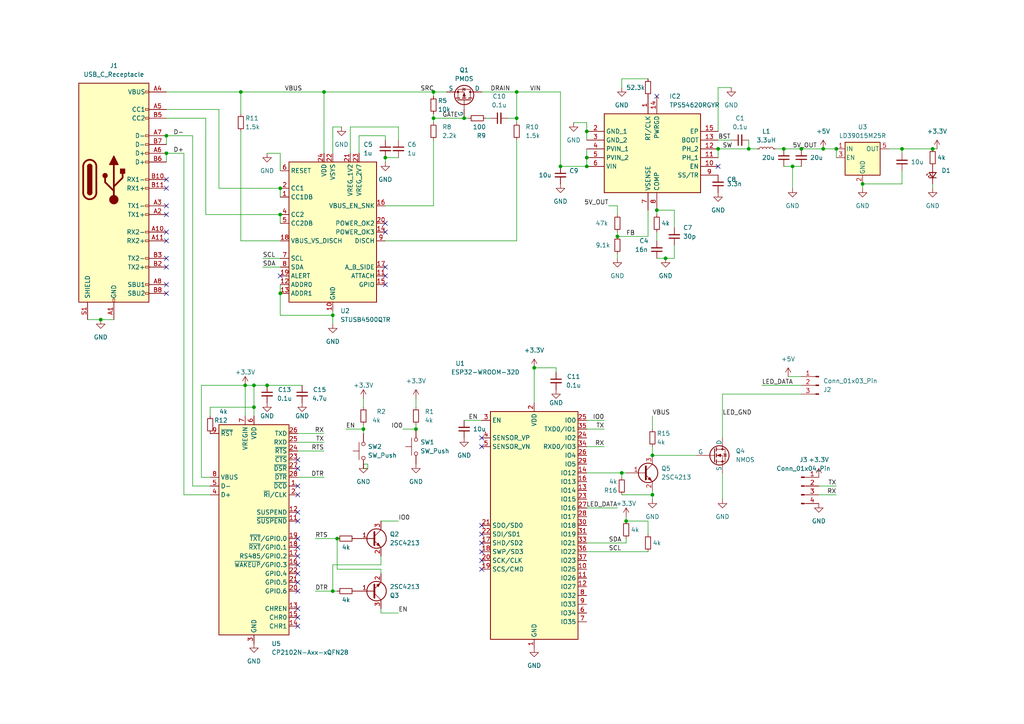
<source format=kicad_sch>
(kicad_sch (version 20230121) (generator eeschema)
  (paper "A4")
  (lib_symbols
    (symbol "Connector:Conn_01x03_Pin" (pin_names (offset 1.016) hide)
      (property "Reference" "J" (at 0 5.08 0))
      (property "Value" "Conn_01x03_Pin" (at 0 -5.08 0))
      (symbol "Conn_01x03_Pin_1_1"
        (pin passive line (at 5.08 2.54 180) (length 3.81) (name "Pin_1") (number "1"))
        (pin passive line (at 5.08 0 180) (length 3.81) (name "Pin_2") (number "2"))
        (pin passive line (at 5.08 -2.54 180) (length 3.81) (name "Pin_3") (number "3"))
      )
    )
    (symbol "Connector:Conn_01x04_Pin" (pin_names (offset 1.016) hide)
      (property "Reference" "J" (at 0 5.08 0))
      (property "Value" "Conn_01x04_Pin" (at 0 -7.62 0))
      (symbol "Conn_01x04_Pin_1_1"
        (pin passive line (at 5.08 2.54 180) (length 3.81) (name "Pin_1") (number "1"))
        (pin passive line (at 5.08 0 180) (length 3.81) (name "Pin_2") (number "2"))
        (pin passive line (at 5.08 -2.54 180) (length 3.81) (name "Pin_3") (number "3"))
        (pin passive line (at 5.08 -5.08 180) (length 3.81) (name "Pin_4") (number "4"))
      )
    )
    (symbol "Connector:USB_C_Receptacle" (pin_names (offset 1.016))
      (property "Reference" "J" (at -10.16 29.21 0))
      (property "Value" "USB_C_Receptacle" (at 10.16 29.21 0))
      (symbol "USB_C_Receptacle_1_1"
        (pin passive line (at 0 -40.64 90) (length 5.08) (name "GND") (number "A1"))
        (pin bidirectional line (at 15.24 -15.24 180) (length 5.08) (name "RX2-") (number "A10"))
        (pin bidirectional line (at 15.24 -17.78 180) (length 5.08) (name "RX2+") (number "A11"))
        (pin passive line (at 0 -40.64 90) (length 5.08) hide (name "GND") (number "A12"))
        (pin bidirectional line (at 15.24 -10.16 180) (length 5.08) (name "TX1+") (number "A2"))
        (pin bidirectional line (at 15.24 -7.62 180) (length 5.08) (name "TX1-") (number "A3"))
        (pin passive line (at 15.24 25.4 180) (length 5.08) (name "VBUS") (number "A4"))
        (pin bidirectional line (at 15.24 20.32 180) (length 5.08) (name "CC1") (number "A5"))
        (pin bidirectional line (at 15.24 7.62 180) (length 5.08) (name "D+") (number "A6"))
        (pin bidirectional line (at 15.24 12.7 180) (length 5.08) (name "D-") (number "A7"))
        (pin bidirectional line (at 15.24 -30.48 180) (length 5.08) (name "SBU1") (number "A8"))
        (pin passive line (at 15.24 25.4 180) (length 5.08) hide (name "VBUS") (number "A9"))
        (pin passive line (at 0 -40.64 90) (length 5.08) hide (name "GND") (number "B1"))
        (pin bidirectional line (at 15.24 0 180) (length 5.08) (name "RX1-") (number "B10"))
        (pin bidirectional line (at 15.24 -2.54 180) (length 5.08) (name "RX1+") (number "B11"))
        (pin passive line (at 0 -40.64 90) (length 5.08) hide (name "GND") (number "B12"))
        (pin bidirectional line (at 15.24 -25.4 180) (length 5.08) (name "TX2+") (number "B2"))
        (pin bidirectional line (at 15.24 -22.86 180) (length 5.08) (name "TX2-") (number "B3"))
        (pin passive line (at 15.24 25.4 180) (length 5.08) hide (name "VBUS") (number "B4"))
        (pin bidirectional line (at 15.24 17.78 180) (length 5.08) (name "CC2") (number "B5"))
        (pin bidirectional line (at 15.24 5.08 180) (length 5.08) (name "D+") (number "B6"))
        (pin bidirectional line (at 15.24 10.16 180) (length 5.08) (name "D-") (number "B7"))
        (pin bidirectional line (at 15.24 -33.02 180) (length 5.08) (name "SBU2") (number "B8"))
        (pin passive line (at 15.24 25.4 180) (length 5.08) hide (name "VBUS") (number "B9"))
        (pin passive line (at -7.62 -40.64 90) (length 5.08) (name "SHIELD") (number "S1"))
      )
    )
    (symbol "Device:C_Small" (pin_numbers hide) (pin_names (offset 0.254) hide)
      (property "Reference" "C" (at 0.254 1.778 0))
      (property "Value" "C_Small" (at 0.254 -2.032 0))
      (symbol "C_Small_1_1"
        (pin passive line (at 0 2.54 270) (length 2.032) (name "~") (number "1"))
        (pin passive line (at 0 -2.54 90) (length 2.032) (name "~") (number "2"))
      )
    )
    (symbol "Device:LED_Small" (pin_numbers hide) (pin_names (offset 0.254) hide)
      (property "Reference" "D" (at -1.27 3.175 0))
      (property "Value" "LED_Small" (at -4.445 -2.54 0))
      (symbol "LED_Small_1_1"
        (pin passive line (at -2.54 0 0) (length 1.778) (name "K") (number "1"))
        (pin passive line (at 2.54 0 180) (length 1.778) (name "A") (number "2"))
      )
    )
    (symbol "Device:L_Small" (pin_numbers hide) (pin_names (offset 0.254) hide)
      (property "Reference" "L" (at 0.762 1.016 0))
      (property "Value" "L_Small" (at 0.762 -1.016 0))
      (symbol "L_Small_1_1"
        (pin passive line (at 0 2.54 270) (length 0.508) (name "~") (number "1"))
        (pin passive line (at 0 -2.54 90) (length 0.508) (name "~") (number "2"))
      )
    )
    (symbol "Device:R_Small" (pin_numbers hide) (pin_names (offset 0.254) hide)
      (property "Reference" "R" (at 0.762 0.508 0))
      (property "Value" "R_Small" (at 0.762 -1.016 0))
      (symbol "R_Small_1_1"
        (pin passive line (at 0 2.54 270) (length 0.762) (name "~") (number "1"))
        (pin passive line (at 0 -2.54 90) (length 0.762) (name "~") (number "2"))
      )
    )
    (symbol "Interface_USB:CP2102N-Axx-xQFN28"
      (property "Reference" "U" (at -8.89 31.75 0))
      (property "Value" "CP2102N-Axx-xQFN28" (at 12.7 31.75 0))
      (symbol "CP2102N-Axx-xQFN28_1_1"
        (pin input line (at 12.7 12.7 180) (length 2.54) (name "~{DCD}") (number "1"))
        (pin no_connect line (at -10.16 -27.94 0) (length 2.54) hide (name "NC") (number "10"))
        (pin output line (at 12.7 2.54 180) (length 2.54) (name "~{SUSPEND}") (number "11"))
        (pin output line (at 12.7 5.08 180) (length 2.54) (name "SUSPEND") (number "12"))
        (pin output line (at 12.7 -22.86 180) (length 2.54) (name "CHREN") (number "13"))
        (pin output line (at 12.7 -27.94 180) (length 2.54) (name "CHR1") (number "14"))
        (pin output line (at 12.7 -25.4 180) (length 2.54) (name "CHR0") (number "15"))
        (pin bidirectional line (at 12.7 -10.16 180) (length 2.54) (name "~{WAKEUP}/GPIO.3") (number "16"))
        (pin bidirectional line (at 12.7 -7.62 180) (length 2.54) (name "RS485/GPIO.2") (number "17"))
        (pin bidirectional line (at 12.7 -5.08 180) (length 2.54) (name "~{RXT}/GPIO.1") (number "18"))
        (pin bidirectional line (at 12.7 -2.54 180) (length 2.54) (name "~{TXT}/GPIO.0") (number "19"))
        (pin bidirectional line (at 12.7 10.16 180) (length 2.54) (name "~{RI}/CLK") (number "2"))
        (pin bidirectional line (at 12.7 -17.78 180) (length 2.54) (name "GPIO.6") (number "20"))
        (pin bidirectional line (at 12.7 -15.24 180) (length 2.54) (name "GPIO.5") (number "21"))
        (pin bidirectional line (at 12.7 -12.7 180) (length 2.54) (name "GPIO.4") (number "22"))
        (pin input line (at 12.7 20.32 180) (length 2.54) (name "~{CTS}") (number "23"))
        (pin output line (at 12.7 22.86 180) (length 2.54) (name "~{RTS}") (number "24"))
        (pin input line (at 12.7 25.4 180) (length 2.54) (name "RXD") (number "25"))
        (pin output line (at 12.7 27.94 180) (length 2.54) (name "TXD") (number "26"))
        (pin input line (at 12.7 17.78 180) (length 2.54) (name "~{DSR}") (number "27"))
        (pin output line (at 12.7 15.24 180) (length 2.54) (name "~{DTR}") (number "28"))
        (pin passive line (at 0 -33.02 90) (length 2.54) hide (name "GND") (number "29"))
        (pin power_in line (at 0 -33.02 90) (length 2.54) (name "GND") (number "3"))
        (pin bidirectional line (at -12.7 10.16 0) (length 2.54) (name "D+") (number "4"))
        (pin bidirectional line (at -12.7 12.7 0) (length 2.54) (name "D-") (number "5"))
        (pin power_in line (at 0 33.02 270) (length 2.54) (name "VDD") (number "6"))
        (pin power_in line (at -2.54 33.02 270) (length 2.54) (name "VREGIN") (number "7"))
        (pin input line (at -12.7 15.24 0) (length 2.54) (name "VBUS") (number "8"))
        (pin input line (at -12.7 27.94 0) (length 2.54) (name "~{RST}") (number "9"))
      )
    )
    (symbol "Interface_USB:STUSB4500QTR"
      (property "Reference" "U" (at -12.7 21.59 0))
      (property "Value" "STUSB4500QTR" (at 8.89 -21.59 0))
      (symbol "STUSB4500QTR_1_1"
        (pin bidirectional line (at -15.24 10.16 0) (length 2.54) (name "CC1DB") (number "1"))
        (pin power_in line (at 0 -22.86 90) (length 2.54) (name "GND") (number "10"))
        (pin open_collector line (at 15.24 -12.7 180) (length 2.54) (name "ATTACH") (number "11"))
        (pin input line (at -15.24 -15.24 0) (length 2.54) (name "ADDR0") (number "12"))
        (pin input line (at -15.24 -17.78 0) (length 2.54) (name "ADDR1") (number "13"))
        (pin open_collector line (at 15.24 0 180) (length 2.54) (name "POWER_OK3") (number "14"))
        (pin open_collector line (at 15.24 -15.24 180) (length 2.54) (name "GPIO") (number "15"))
        (pin open_collector line (at 15.24 7.62 180) (length 2.54) (name "VBUS_EN_SNK") (number "16"))
        (pin open_collector line (at 15.24 -10.16 180) (length 2.54) (name "A_B_SIDE") (number "17"))
        (pin input line (at -15.24 -2.54 0) (length 2.54) (name "VBUS_VS_DISCH") (number "18"))
        (pin open_collector line (at -15.24 -12.7 0) (length 2.54) (name "ALERT") (number "19"))
        (pin bidirectional line (at -15.24 12.7 0) (length 2.54) (name "CC1") (number "2"))
        (pin open_collector line (at 15.24 2.54 180) (length 2.54) (name "POWER_OK2") (number "20"))
        (pin power_out line (at 5.08 22.86 270) (length 2.54) (name "VREG_1V2") (number "21"))
        (pin power_in line (at 0 22.86 270) (length 2.54) (name "VSYS") (number "22"))
        (pin power_out line (at 7.62 22.86 270) (length 2.54) (name "VREG_2V7") (number "23"))
        (pin power_in line (at -2.54 22.86 270) (length 2.54) (name "VDD") (number "24"))
        (pin passive line (at 0 -22.86 90) (length 2.54) hide (name "GND") (number "25"))
        (pin no_connect line (at -12.7 15.24 0) (length 2.54) hide (name "NC") (number "3"))
        (pin bidirectional line (at -15.24 5.08 0) (length 2.54) (name "CC2") (number "4"))
        (pin bidirectional line (at -15.24 2.54 0) (length 2.54) (name "CC2DB") (number "5"))
        (pin input line (at -15.24 17.78 0) (length 2.54) (name "RESET") (number "6"))
        (pin input line (at -15.24 -7.62 0) (length 2.54) (name "SCL") (number "7"))
        (pin bidirectional line (at -15.24 -10.16 0) (length 2.54) (name "SDA") (number "8"))
        (pin bidirectional line (at 15.24 -2.54 180) (length 2.54) (name "DISCH") (number "9"))
      )
    )
    (symbol "RF_Module:ESP32-WROOM-32D"
      (property "Reference" "U" (at -12.7 34.29 0))
      (property "Value" "ESP32-WROOM-32D" (at 1.27 34.29 0))
      (symbol "ESP32-WROOM-32D_1_1"
        (pin power_in line (at 0 -35.56 90) (length 2.54) (name "GND") (number "1"))
        (pin bidirectional line (at 15.24 -12.7 180) (length 2.54) (name "IO25") (number "10"))
        (pin bidirectional line (at 15.24 -15.24 180) (length 2.54) (name "IO26") (number "11"))
        (pin bidirectional line (at 15.24 -17.78 180) (length 2.54) (name "IO27") (number "12"))
        (pin bidirectional line (at 15.24 10.16 180) (length 2.54) (name "IO14") (number "13"))
        (pin bidirectional line (at 15.24 15.24 180) (length 2.54) (name "IO12") (number "14"))
        (pin passive line (at 0 -35.56 90) (length 2.54) hide (name "GND") (number "15"))
        (pin bidirectional line (at 15.24 12.7 180) (length 2.54) (name "IO13") (number "16"))
        (pin bidirectional line (at -15.24 -5.08 0) (length 2.54) (name "SHD/SD2") (number "17"))
        (pin bidirectional line (at -15.24 -7.62 0) (length 2.54) (name "SWP/SD3") (number "18"))
        (pin bidirectional line (at -15.24 -12.7 0) (length 2.54) (name "SCS/CMD") (number "19"))
        (pin power_in line (at 0 35.56 270) (length 2.54) (name "VDD") (number "2"))
        (pin bidirectional line (at -15.24 -10.16 0) (length 2.54) (name "SCK/CLK") (number "20"))
        (pin bidirectional line (at -15.24 0 0) (length 2.54) (name "SDO/SD0") (number "21"))
        (pin bidirectional line (at -15.24 -2.54 0) (length 2.54) (name "SDI/SD1") (number "22"))
        (pin bidirectional line (at 15.24 7.62 180) (length 2.54) (name "IO15") (number "23"))
        (pin bidirectional line (at 15.24 25.4 180) (length 2.54) (name "IO2") (number "24"))
        (pin bidirectional line (at 15.24 30.48 180) (length 2.54) (name "IO0") (number "25"))
        (pin bidirectional line (at 15.24 20.32 180) (length 2.54) (name "IO4") (number "26"))
        (pin bidirectional line (at 15.24 5.08 180) (length 2.54) (name "IO16") (number "27"))
        (pin bidirectional line (at 15.24 2.54 180) (length 2.54) (name "IO17") (number "28"))
        (pin bidirectional line (at 15.24 17.78 180) (length 2.54) (name "IO5") (number "29"))
        (pin input line (at -15.24 30.48 0) (length 2.54) (name "EN") (number "3"))
        (pin bidirectional line (at 15.24 0 180) (length 2.54) (name "IO18") (number "30"))
        (pin bidirectional line (at 15.24 -2.54 180) (length 2.54) (name "IO19") (number "31"))
        (pin no_connect line (at -12.7 -27.94 0) (length 2.54) hide (name "NC") (number "32"))
        (pin bidirectional line (at 15.24 -5.08 180) (length 2.54) (name "IO21") (number "33"))
        (pin bidirectional line (at 15.24 22.86 180) (length 2.54) (name "RXD0/IO3") (number "34"))
        (pin bidirectional line (at 15.24 27.94 180) (length 2.54) (name "TXD0/IO1") (number "35"))
        (pin bidirectional line (at 15.24 -7.62 180) (length 2.54) (name "IO22") (number "36"))
        (pin bidirectional line (at 15.24 -10.16 180) (length 2.54) (name "IO23") (number "37"))
        (pin passive line (at 0 -35.56 90) (length 2.54) hide (name "GND") (number "38"))
        (pin passive line (at 0 -35.56 90) (length 2.54) hide (name "GND") (number "39"))
        (pin input line (at -15.24 25.4 0) (length 2.54) (name "SENSOR_VP") (number "4"))
        (pin input line (at -15.24 22.86 0) (length 2.54) (name "SENSOR_VN") (number "5"))
        (pin input line (at 15.24 -25.4 180) (length 2.54) (name "IO34") (number "6"))
        (pin input line (at 15.24 -27.94 180) (length 2.54) (name "IO35") (number "7"))
        (pin bidirectional line (at 15.24 -20.32 180) (length 2.54) (name "IO32") (number "8"))
        (pin bidirectional line (at 15.24 -22.86 180) (length 2.54) (name "IO33") (number "9"))
      )
    )
    (symbol "Regulator_Linear:LD39015M25R" (pin_names (offset 0.254))
      (property "Reference" "U" (at -3.81 5.715 0))
      (property "Value" "LD39015M25R" (at 0 5.715 0))
      (symbol "LD39015M25R_1_1"
        (pin power_in line (at -7.62 2.54 0) (length 2.54) (name "IN") (number "1"))
        (pin power_in line (at 0 -7.62 90) (length 2.54) (name "GND") (number "2"))
        (pin input line (at -7.62 0 0) (length 2.54) (name "EN") (number "3"))
        (pin no_connect line (at 5.08 0 180) (length 2.54) hide (name "NC") (number "4"))
        (pin power_out line (at 7.62 2.54 180) (length 2.54) (name "OUT") (number "5"))
      )
    )
    (symbol "Simulation_SPICE:NMOS" (pin_numbers hide) (pin_names (offset 0))
      (property "Reference" "Q4" (at 6.35 1.27 0))
      (property "Value" "NMOS" (at 6.35 -1.27 0))
      (symbol "NMOS_1_1"
        (pin input line (at -5.08 0 0) (length 2.54) (name "G") (number "1"))
        (pin passive line (at 2.54 5.08 270) (length 2.54) (name "D") (number "2"))
        (pin passive line (at 2.54 -5.08 90) (length 2.54) (name "S") (number "3"))
      )
    )
    (symbol "Simulation_SPICE:PMOS" (pin_numbers hide) (pin_names (offset 0))
      (property "Reference" "Q" (at 5.08 1.27 0))
      (property "Value" "PMOS" (at 5.08 -1.27 0))
      (symbol "PMOS_1_1"
        (pin passive line (at 2.54 5.08 270) (length 2.54) (name "D") (number "1"))
        (pin input line (at -5.08 0 0) (length 2.54) (name "G") (number "2"))
        (pin passive line (at 2.54 -5.08 90) (length 2.54) (name "S") (number "3"))
      )
    )
    (symbol "Switch:SW_Push" (pin_numbers hide) (pin_names (offset 1.016) hide)
      (property "Reference" "SW" (at 1.27 2.54 0))
      (property "Value" "SW_Push" (at 0 -1.524 0))
      (symbol "SW_Push_0_1"
        (pin passive line (at -5.08 0 0) (length 2.54) (name "1") (number "1"))
        (pin passive line (at 5.08 0 180) (length 2.54) (name "2") (number "2"))
      )
    )
    (symbol "TPS54620RGYR:TPS54620RGYR"
      (property "Reference" "IC" (at 29.21 17.78 0))
      (property "Value" "TPS54620RGYR" (at 29.21 15.24 0))
      (symbol "TPS54620RGYR_1_1"
        (pin passive line (at 0 -2.54 0) (length 5.08) (name "RT/CLK") (number "1"))
        (pin passive line (at 20.32 17.78 270) (length 5.08) (name "EN") (number "10"))
        (pin passive line (at 17.78 17.78 270) (length 5.08) (name "PH_1") (number "11"))
        (pin passive line (at 15.24 17.78 270) (length 5.08) (name "PH_2") (number "12"))
        (pin passive line (at 12.7 17.78 270) (length 5.08) (name "BOOT") (number "13"))
        (pin passive line (at 0 0 0) (length 5.08) (name "PWRGD") (number "14"))
        (pin passive line (at 10.16 17.78 270) (length 5.08) (name "EP") (number "15"))
        (pin passive line (at 10.16 -20.32 90) (length 5.08) (name "GND_1") (number "2"))
        (pin passive line (at 12.7 -20.32 90) (length 5.08) (name "GND_2") (number "3"))
        (pin passive line (at 15.24 -20.32 90) (length 5.08) (name "PVIN_1") (number "4"))
        (pin passive line (at 17.78 -20.32 90) (length 5.08) (name "PVIN_2") (number "5"))
        (pin passive line (at 20.32 -20.32 90) (length 5.08) (name "VIN") (number "6"))
        (pin passive line (at 33.02 -2.54 180) (length 5.08) (name "VSENSE") (number "7"))
        (pin passive line (at 33.02 0 180) (length 5.08) (name "COMP") (number "8"))
        (pin passive line (at 22.86 17.78 270) (length 5.08) (name "SS/TR") (number "9"))
      )
    )
    (symbol "Transistor_BJT:2SC4213" (pin_names (offset 0) hide)
      (property "Reference" "Q" (at 5.08 1.905 0))
      (property "Value" "2SC4213" (at 5.08 0 0))
      (symbol "2SC4213_1_1"
        (pin input line (at -5.08 0 0) (length 5.715) (name "B") (number "1"))
        (pin passive line (at 2.54 -5.08 90) (length 2.54) (name "E") (number "2"))
        (pin passive line (at 2.54 5.08 270) (length 2.54) (name "C") (number "3"))
      )
    )
    (symbol "power:+3.3V" (power) (pin_names (offset 0))
      (property "Value" "+3.3V" (at 0 3.556 0))
      (symbol "+3.3V_1_1"
        (pin power_in line (at 0 0 90) (length 0) hide (name "+3.3V") (number "1"))
      )
    )
    (symbol "power:+5V" (power) (pin_names (offset 0))
      (property "Value" "+5V" (at 0 3.556 0))
      (symbol "+5V_1_1"
        (pin power_in line (at 0 0 90) (length 0) hide (name "+5V") (number "1"))
      )
    )
    (symbol "power:GND" (power) (pin_names (offset 0))
      (property "Value" "GND" (at 0 -3.81 0))
      (symbol "GND_1_1"
        (pin power_in line (at 0 0 270) (length 0) hide (name "GND") (number "1"))
      )
    )
  )
  (junction (at 179.07 68.58))
  (junction (at 238.76 43.18))
  (junction (at 96.52 91.44))
  (junction (at 190.5 60.96))
  (junction (at 96.52 171.45))
  (junction (at 149.86 26.67))
  (junction (at 81.28 54.61))
  (junction (at 48.26 44.45))
  (junction (at 134.62 34.29))
  (junction (at 189.23 143.51))
  (junction (at 81.28 62.23))
  (junction (at 193.04 74.93))
  (junction (at 189.23 132.08))
  (junction (at 229.87 48.26))
  (junction (at 71.12 111.76))
  (junction (at 154.94 106.68))
  (junction (at 29.21 92.71))
  (junction (at 105.41 124.46))
  (junction (at 170.18 48.26))
  (junction (at 69.85 26.67))
  (junction (at 270.51 43.18))
  (junction (at 217.17 43.18))
  (junction (at 180.34 137.16))
  (junction (at 227.33 43.18))
  (junction (at 125.73 34.29))
  (junction (at 93.98 26.67))
  (junction (at 125.73 26.67))
  (junction (at 250.19 53.34))
  (junction (at 261.62 43.18))
  (junction (at 73.66 118.11))
  (junction (at 77.47 111.76))
  (junction (at 73.66 111.76))
  (junction (at 81.28 85.09))
  (junction (at 97.79 156.21))
  (junction (at 120.65 124.46))
  (junction (at 242.57 43.18))
  (junction (at 181.61 151.13))
  (junction (at 170.18 45.72))
  (junction (at 149.86 34.29))
  (junction (at 48.26 39.37))
  (junction (at 232.41 43.18))
  (junction (at 111.76 45.72))
  (junction (at 170.18 38.1))
  (junction (at 208.28 43.18))
  (junction (at 162.56 48.26))
  (no_connect (at 86.36 161.29))
  (no_connect (at 86.36 166.37))
  (no_connect (at 190.5 27.94))
  (no_connect (at 139.7 152.4))
  (no_connect (at 48.26 74.93))
  (no_connect (at 86.36 133.35))
  (no_connect (at 86.36 179.07))
  (no_connect (at 139.7 154.94))
  (no_connect (at 139.7 160.02))
  (no_connect (at 86.36 143.51))
  (no_connect (at 48.26 67.31))
  (no_connect (at 86.36 135.89))
  (no_connect (at 139.7 127))
  (no_connect (at 111.76 77.47))
  (no_connect (at 86.36 140.97))
  (no_connect (at 111.76 80.01))
  (no_connect (at 86.36 151.13))
  (no_connect (at 139.7 129.54))
  (no_connect (at 48.26 69.85))
  (no_connect (at 86.36 156.21))
  (no_connect (at 86.36 148.59))
  (no_connect (at 86.36 163.83))
  (no_connect (at 111.76 82.55))
  (no_connect (at 86.36 158.75))
  (no_connect (at 86.36 181.61))
  (no_connect (at 81.28 80.01))
  (no_connect (at 48.26 62.23))
  (no_connect (at 86.36 171.45))
  (no_connect (at 111.76 67.31))
  (no_connect (at 48.26 77.47))
  (no_connect (at 48.26 52.07))
  (no_connect (at 48.26 59.69))
  (no_connect (at 48.26 85.09))
  (no_connect (at 86.36 168.91))
  (no_connect (at 139.7 162.56))
  (no_connect (at 48.26 82.55))
  (no_connect (at 139.7 165.1))
  (no_connect (at 208.28 48.26))
  (no_connect (at 139.7 157.48))
  (no_connect (at 48.26 54.61))
  (no_connect (at 111.76 64.77))
  (no_connect (at 86.36 176.53))
  (wire (pts (xy 81.28 49.53) (xy 81.28 44.45)))
  (wire (pts (xy 48.26 46.99) (xy 48.26 44.45)))
  (wire (pts (xy 125.73 34.29) (xy 134.62 34.29)))
  (wire (pts (xy 187.96 22.86) (xy 180.34 22.86)))
  (wire (pts (xy 69.85 26.67) (xy 93.98 26.67)))
  (wire (pts (xy 115.57 36.83) (xy 115.57 40.64)))
  (wire (pts (xy 209.55 114.3) (xy 232.41 114.3)))
  (wire (pts (xy 77.47 111.76) (xy 87.63 111.76)))
  (wire (pts (xy 161.29 106.68) (xy 161.29 107.95)))
  (wire (pts (xy 73.66 111.76) (xy 73.66 118.11)))
  (wire (pts (xy 270.51 43.18) (xy 271.78 43.18)))
  (wire (pts (xy 100.33 124.46) (xy 105.41 124.46)))
  (wire (pts (xy 181.61 151.13) (xy 187.96 151.13)))
  (wire (pts (xy 93.98 125.73) (xy 86.36 125.73)))
  (wire (pts (xy 110.49 163.83) (xy 110.49 161.29)))
  (wire (pts (xy 180.34 137.16) (xy 181.61 137.16)))
  (wire (pts (xy 48.26 31.75) (xy 63.5 31.75)))
  (wire (pts (xy 73.66 111.76) (xy 77.47 111.76)))
  (wire (pts (xy 55.88 140.97) (xy 60.96 140.97)))
  (wire (pts (xy 71.12 111.76) (xy 71.12 120.65)))
  (wire (pts (xy 106.68 135.89) (xy 106.68 134.62)))
  (wire (pts (xy 105.41 123.19) (xy 105.41 124.46)))
  (wire (pts (xy 125.73 33.02) (xy 125.73 34.29)))
  (wire (pts (xy 29.21 92.71) (xy 33.02 92.71)))
  (wire (pts (xy 187.96 151.13) (xy 187.96 154.94)))
  (wire (pts (xy 140.97 34.29) (xy 142.24 34.29)))
  (wire (pts (xy 96.52 93.98) (xy 96.52 91.44)))
  (wire (pts (xy 93.98 26.67) (xy 93.98 44.45)))
  (wire (pts (xy 189.23 144.78) (xy 189.23 143.51)))
  (wire (pts (xy 93.98 130.81) (xy 86.36 130.81)))
  (wire (pts (xy 71.12 111.76) (xy 73.66 111.76)))
  (wire (pts (xy 180.34 137.16) (xy 180.34 138.43)))
  (wire (pts (xy 228.6 109.22) (xy 232.41 109.22)))
  (wire (pts (xy 111.76 39.37) (xy 111.76 40.64)))
  (wire (pts (xy 149.86 34.29) (xy 149.86 35.56)))
  (wire (pts (xy 139.7 26.67) (xy 149.86 26.67)))
  (wire (pts (xy 170.18 43.18) (xy 170.18 45.72)))
  (wire (pts (xy 149.86 26.67) (xy 162.56 26.67)))
  (wire (pts (xy 190.5 74.93) (xy 193.04 74.93)))
  (wire (pts (xy 189.23 132.08) (xy 201.93 132.08)))
  (wire (pts (xy 96.52 171.45) (xy 96.52 163.83)))
  (wire (pts (xy 170.18 40.64) (xy 170.18 38.1)))
  (wire (pts (xy 93.98 26.67) (xy 125.73 26.67)))
  (wire (pts (xy 53.34 44.45) (xy 53.34 143.51)))
  (wire (pts (xy 179.07 68.58) (xy 187.96 68.58)))
  (wire (pts (xy 149.86 69.85) (xy 149.86 40.64)))
  (wire (pts (xy 238.76 43.18) (xy 242.57 43.18)))
  (wire (pts (xy 208.28 38.1) (xy 208.28 25.4)))
  (wire (pts (xy 134.62 121.92) (xy 139.7 121.92)))
  (wire (pts (xy 77.47 44.45) (xy 81.28 44.45)))
  (wire (pts (xy 81.28 54.61) (xy 81.28 57.15)))
  (wire (pts (xy 209.55 137.16) (xy 209.55 144.78)))
  (wire (pts (xy 105.41 124.46) (xy 105.41 125.73)))
  (wire (pts (xy 81.28 82.55) (xy 81.28 85.09)))
  (wire (pts (xy 48.26 26.67) (xy 69.85 26.67)))
  (wire (pts (xy 111.76 46.99) (xy 111.76 45.72)))
  (wire (pts (xy 116.84 124.46) (xy 120.65 124.46)))
  (wire (pts (xy 96.52 91.44) (xy 96.52 90.17)))
  (wire (pts (xy 190.5 67.31) (xy 190.5 69.85)))
  (wire (pts (xy 81.28 85.09) (xy 81.28 91.44)))
  (wire (pts (xy 261.62 43.18) (xy 270.51 43.18)))
  (wire (pts (xy 154.94 106.68) (xy 161.29 106.68)))
  (wire (pts (xy 170.18 157.48) (xy 181.61 157.48)))
  (wire (pts (xy 106.68 134.62) (xy 105.41 134.62)))
  (wire (pts (xy 195.58 74.93) (xy 195.58 71.12)))
  (wire (pts (xy 208.28 25.4) (xy 212.09 25.4)))
  (wire (pts (xy 58.42 111.76) (xy 58.42 138.43)))
  (wire (pts (xy 250.19 54.61) (xy 250.19 53.34)))
  (wire (pts (xy 59.69 34.29) (xy 59.69 62.23)))
  (wire (pts (xy 179.07 68.58) (xy 179.07 67.31)))
  (wire (pts (xy 96.52 171.45) (xy 97.79 171.45)))
  (wire (pts (xy 154.94 106.68) (xy 154.94 116.84)))
  (wire (pts (xy 101.6 44.45) (xy 101.6 36.83)))
  (wire (pts (xy 96.52 163.83) (xy 110.49 163.83)))
  (wire (pts (xy 91.44 156.21) (xy 97.79 156.21)))
  (wire (pts (xy 257.81 43.18) (xy 261.62 43.18)))
  (wire (pts (xy 179.07 147.32) (xy 170.18 147.32)))
  (wire (pts (xy 134.62 34.29) (xy 135.89 34.29)))
  (wire (pts (xy 97.79 156.21) (xy 97.79 165.1)))
  (wire (pts (xy 217.17 43.18) (xy 217.17 40.64)))
  (wire (pts (xy 53.34 143.51) (xy 60.96 143.51)))
  (wire (pts (xy 58.42 138.43) (xy 60.96 138.43)))
  (wire (pts (xy 170.18 160.02) (xy 187.96 160.02)))
  (wire (pts (xy 162.56 48.26) (xy 170.18 48.26)))
  (wire (pts (xy 97.79 165.1) (xy 110.49 165.1)))
  (wire (pts (xy 120.65 118.11) (xy 120.65 115.57)))
  (wire (pts (xy 270.51 54.61) (xy 270.51 53.34)))
  (wire (pts (xy 179.07 59.69) (xy 176.53 59.69)))
  (wire (pts (xy 261.62 49.53) (xy 261.62 53.34)))
  (wire (pts (xy 101.6 36.83) (xy 115.57 36.83)))
  (wire (pts (xy 175.26 124.46) (xy 170.18 124.46)))
  (wire (pts (xy 58.42 111.76) (xy 71.12 111.76)))
  (wire (pts (xy 147.32 34.29) (xy 149.86 34.29)))
  (wire (pts (xy 208.28 43.18) (xy 217.17 43.18)))
  (wire (pts (xy 170.18 45.72) (xy 170.18 48.26)))
  (wire (pts (xy 181.61 149.86) (xy 181.61 151.13)))
  (wire (pts (xy 175.26 121.92) (xy 170.18 121.92)))
  (wire (pts (xy 125.73 26.67) (xy 125.73 27.94)))
  (wire (pts (xy 189.23 143.51) (xy 189.23 142.24)))
  (wire (pts (xy 208.28 43.18) (xy 208.28 45.72)))
  (wire (pts (xy 195.58 60.96) (xy 190.5 60.96)))
  (wire (pts (xy 189.23 120.65) (xy 189.23 124.46)))
  (wire (pts (xy 217.17 43.18) (xy 219.71 43.18)))
  (wire (pts (xy 73.66 118.11) (xy 73.66 120.65)))
  (wire (pts (xy 190.5 60.96) (xy 190.5 62.23)))
  (wire (pts (xy 48.26 44.45) (xy 53.34 44.45)))
  (wire (pts (xy 208.28 40.64) (xy 212.09 40.64)))
  (wire (pts (xy 76.2 77.47) (xy 81.28 77.47)))
  (wire (pts (xy 166.37 35.56) (xy 170.18 35.56)))
  (wire (pts (xy 111.76 69.85) (xy 149.86 69.85)))
  (wire (pts (xy 63.5 31.75) (xy 63.5 54.61)))
  (wire (pts (xy 220.98 111.76) (xy 232.41 111.76)))
  (wire (pts (xy 105.41 135.89) (xy 106.68 135.89)))
  (wire (pts (xy 81.28 91.44) (xy 96.52 91.44)))
  (wire (pts (xy 48.26 39.37) (xy 48.26 41.91)))
  (wire (pts (xy 229.87 54.61) (xy 229.87 48.26)))
  (wire (pts (xy 91.44 171.45) (xy 96.52 171.45)))
  (wire (pts (xy 242.57 43.18) (xy 242.57 45.72)))
  (wire (pts (xy 110.49 165.1) (xy 110.49 166.37)))
  (wire (pts (xy 115.57 151.13) (xy 110.49 151.13)))
  (wire (pts (xy 25.4 92.71) (xy 29.21 92.71)))
  (wire (pts (xy 149.86 26.67) (xy 149.86 34.29)))
  (wire (pts (xy 189.23 129.54) (xy 189.23 132.08)))
  (wire (pts (xy 180.34 22.86) (xy 180.34 25.4)))
  (wire (pts (xy 93.98 138.43) (xy 86.36 138.43)))
  (wire (pts (xy 110.49 177.8) (xy 110.49 176.53)))
  (wire (pts (xy 227.33 48.26) (xy 229.87 48.26)))
  (wire (pts (xy 93.98 128.27) (xy 86.36 128.27)))
  (wire (pts (xy 55.88 39.37) (xy 55.88 140.97)))
  (wire (pts (xy 96.52 36.83) (xy 99.06 36.83)))
  (wire (pts (xy 48.26 34.29) (xy 59.69 34.29)))
  (wire (pts (xy 59.69 62.23) (xy 81.28 62.23)))
  (wire (pts (xy 193.04 74.93) (xy 195.58 74.93)))
  (wire (pts (xy 104.14 44.45) (xy 104.14 39.37)))
  (wire (pts (xy 48.26 39.37) (xy 55.88 39.37)))
  (wire (pts (xy 181.61 157.48) (xy 181.61 156.21)))
  (wire (pts (xy 209.55 114.3) (xy 209.55 127)))
  (wire (pts (xy 105.41 118.11) (xy 105.41 115.57)))
  (wire (pts (xy 69.85 38.1) (xy 69.85 69.85)))
  (wire (pts (xy 111.76 45.72) (xy 115.57 45.72)))
  (wire (pts (xy 125.73 34.29) (xy 125.73 35.56)))
  (wire (pts (xy 195.58 66.04) (xy 195.58 60.96)))
  (wire (pts (xy 69.85 26.67) (xy 69.85 33.02)))
  (wire (pts (xy 104.14 39.37) (xy 111.76 39.37)))
  (wire (pts (xy 60.96 120.65) (xy 60.96 118.11)))
  (wire (pts (xy 242.57 140.97) (xy 237.49 140.97)))
  (wire (pts (xy 170.18 38.1) (xy 170.18 35.56)))
  (wire (pts (xy 81.28 69.85) (xy 69.85 69.85)))
  (wire (pts (xy 129.54 26.67) (xy 125.73 26.67)))
  (wire (pts (xy 111.76 59.69) (xy 125.73 59.69)))
  (wire (pts (xy 125.73 59.69) (xy 125.73 40.64)))
  (wire (pts (xy 232.41 43.18) (xy 238.76 43.18)))
  (wire (pts (xy 242.57 143.51) (xy 237.49 143.51)))
  (wire (pts (xy 187.96 68.58) (xy 187.96 60.96)))
  (wire (pts (xy 96.52 44.45) (xy 96.52 36.83)))
  (wire (pts (xy 63.5 54.61) (xy 81.28 54.61)))
  (wire (pts (xy 224.79 43.18) (xy 227.33 43.18)))
  (wire (pts (xy 170.18 137.16) (xy 180.34 137.16)))
  (wire (pts (xy 179.07 59.69) (xy 179.07 62.23)))
  (wire (pts (xy 115.57 177.8) (xy 110.49 177.8)))
  (wire (pts (xy 76.2 74.93) (xy 81.28 74.93)))
  (wire (pts (xy 261.62 44.45) (xy 261.62 43.18)))
  (wire (pts (xy 229.87 48.26) (xy 232.41 48.26)))
  (wire (pts (xy 175.26 129.54) (xy 170.18 129.54)))
  (wire (pts (xy 120.65 123.19) (xy 120.65 124.46)))
  (wire (pts (xy 179.07 73.66) (xy 179.07 74.93)))
  (wire (pts (xy 60.96 118.11) (xy 73.66 118.11)))
  (wire (pts (xy 81.28 62.23) (xy 81.28 64.77)))
  (wire (pts (xy 162.56 26.67) (xy 162.56 48.26)))
  (wire (pts (xy 227.33 43.18) (xy 232.41 43.18)))
  (wire (pts (xy 261.62 53.34) (xy 250.19 53.34)))
  (wire (pts (xy 180.34 143.51) (xy 189.23 143.51)))
  (label "RX" (at 175.26 129.54 180))
  (label "SRC" (at 121.92 26.67 0))
  (label "RX" (at 242.57 143.51 180))
  (label "LED_DATA" (at 220.98 111.76 0))
  (label "SW" (at 209.55 43.18 0))
  (label "EN" (at 115.57 177.8 0))
  (label "RTS" (at 91.44 156.21 0))
  (label "RX" (at 93.98 125.73 180))
  (label "5V_OUT" (at 176.53 59.69 180))
  (label "EN" (at 135.89 121.92 0))
  (label "5V_OUT" (at 229.87 43.18 0))
  (label "LED_GND" (at 209.55 120.65 0))
  (label "DTR" (at 91.44 171.45 0))
  (label "SDA" (at 76.2 77.47 0))
  (label "SCL" (at 76.2 74.93 0))
  (label "LED_DATA" (at 179.07 147.32 180))
  (label "RTS" (at 93.98 130.81 180))
  (label "IO0" (at 175.26 121.92 180))
  (label "FB" (at 181.61 68.58 0))
  (label "TX" (at 242.57 140.97 180))
  (label "GATE" (at 128.27 34.29 0))
  (label "EN" (at 100.33 124.46 0))
  (label "DRAIN" (at 142.24 26.67 0))
  (label "TX" (at 175.26 124.46 180))
  (label "SDA" (at 176.53 157.48 0))
  (label "VBUS" (at 189.23 120.65 0))
  (label "VBUS" (at 82.55 26.67 0))
  (label "SCL" (at 176.53 160.02 0))
  (label "D+" (at 53.34 44.45 180))
  (label "VIN" (at 153.67 26.67 0))
  (label "IO0" (at 116.84 124.46 180))
  (label "DTR" (at 93.98 138.43 180))
  (label "D-" (at 53.34 39.37 180))
  (label "BST" (at 208.28 40.64 0))
  (label "TX" (at 93.98 128.27 180))
  (label "IO0" (at 115.57 151.13 0))
  (symbol (lib_id "Device:R_Small") (at 190.5 64.77 180) (unit 1)
    (property "Reference" "R6" (effects hide))
    (property "Value" "4k" (at 194.31 64.77 0) (effects (justify left)))
    (property "Footprint" "Resistor_SMD:R_0603_1608Metric" (effects hide))
    (property "LCSC" "C23018" (effects hide))
  )
  (symbol (lib_id "power:GND") (at 73.66 186.69 0) (unit 1)
    (property "Reference" "#PWR023" (effects hide))
    (property "Value" "GND" (at 73.66 191.77 0))
  )
  (symbol (lib_id "Device:R_Small") (at 69.85 35.56 180) (unit 1)
    (property "Reference" "R11" (at 71.12 34.29 0) (effects (justify right)))
    (property "Value" "1.5k" (at 71.12 36.83 0) (effects (justify right)))
    (property "Footprint" "Resistor_SMD:R_0603_1608Metric" (effects hide))
    (property "LCSC" "C22843" (effects hide))
  )
  (symbol (lib_id "power:GND") (at 189.23 144.78 0) (unit 1)
    (property "Reference" "#PWR027" (effects hide))
    (property "Value" "GND" (at 189.23 149.86 0))
  )
  (symbol (lib_id "power:GND") (at 77.47 116.84 0) (unit 1)
    (property "Reference" "#PWR026" (effects hide))
    (property "Value" "GND" (at 77.47 120.65 0))
  )
  (symbol (lib_id "Interface_USB:CP2102N-Axx-xQFN28") (at 73.66 153.67 0) (unit 1)
    (property "Reference" "U5" (at 78.74 186.69 0) (effects (justify left)))
    (property "Value" "CP2102N-Axx-xQFN28" (at 78.74 189.23 0) (effects (justify left)))
    (property "Footprint" "Package_DFN_QFN:QFN-28-1EP_5x5mm_P0.5mm_EP3.35x3.35mm" (effects hide))
    (property "Datasheet" "https://www.silabs.com/documents/public/data-sheets/cp2102n-datasheet.pdf" (effects hide))
    (property "LCSC" "C964632" (effects hide))
  )
  (symbol (lib_id "Transistor_BJT:2SC4213") (at 107.95 171.45 0) (mirror x) (unit 1)
    (property "Reference" "Q3" (at 113.03 172.72 0) (effects (justify left)))
    (property "Value" "2SC4213" (at 113.03 170.18 0) (effects (justify left)))
    (property "Footprint" "Package_TO_SOT_SMD:SOT-323_SC-70" (effects hide))
    (property "Datasheet" "https://toshiba.semicon-storage.com/info/docget.jsp?did=19305&prodName=2SC4213" (effects hide))
    (property "LCSC" "C516169" (effects hide))
  )
  (symbol (lib_id "Device:R_Small") (at 125.73 38.1 180) (unit 1)
    (property "Reference" "R8" (at 128.27 36.83 0) (effects (justify right)))
    (property "Value" "2.2k" (at 128.27 39.37 0) (effects (justify right)))
    (property "Footprint" "Resistor_SMD:R_0603_1608Metric" (effects hide))
    (property "LCSC" "C4190" (effects hide))
  )
  (symbol (lib_id "power:GND") (at 96.52 93.98 0) (unit 1)
    (property "Reference" "#PWR06" (effects hide))
    (property "Value" "GND" (at 96.52 99.06 0))
  )
  (symbol (lib_id "RF_Module:ESP32-WROOM-32D") (at 154.94 152.4 0) (unit 1)
    (property "Reference" "U1" (at 132.08 105.41 0) (effects (justify left)))
    (property "Value" "ESP32-WROOM-32D" (at 130.81 107.95 0) (effects (justify left)))
    (property "Footprint" "RF_Module:ESP32-WROOM-32D" (effects hide))
    (property "Datasheet" "https://www.espressif.com/sites/default/files/documentation/esp32-wroom-32d_esp32-wroom-32u_datasheet_en.pdf" (effects hide))
    (property "LCSC" "C701341" (effects hide))
  )
  (symbol (lib_id "power:GND") (at 193.04 74.93 0) (unit 1)
    (property "Reference" "#PWR010" (effects hide))
    (property "Value" "GND" (at 193.04 80.01 0))
  )
  (symbol (lib_id "Device:R_Small") (at 138.43 34.29 270) (unit 1)
    (property "Reference" "R9" (at 140.97 39.37 90) (effects (justify right)))
    (property "Value" "100" (at 140.97 36.83 90) (effects (justify right)))
    (property "Footprint" "Resistor_SMD:R_0603_1608Metric" (effects hide))
    (property "LCSC" "C22775" (effects hide))
  )
  (symbol (lib_id "power:GND") (at 212.09 25.4 0) (unit 1)
    (property "Reference" "#PWR035" (effects hide))
    (property "Value" "GND" (at 212.09 30.48 0))
  )
  (symbol (lib_id "power:GND") (at 229.87 54.61 0) (unit 1)
    (property "Reference" "#PWR05" (effects hide))
    (property "Value" "GND" (at 229.87 59.69 0))
  )
  (symbol (lib_id "Device:C_Small") (at 195.58 68.58 180) (unit 1)
    (property "Reference" "C7" (at 198.12 66.04 0) (effects (justify right)))
    (property "Value" "30p" (at 198.12 68.58 0) (effects (justify right)))
    (property "Footprint" "Capacitor_SMD:C_0603_1608Metric" (effects hide))
    (property "LCSC" "C1658" (effects hide))
  )
  (symbol (lib_id "power:GND") (at 154.94 187.96 0) (unit 1)
    (property "Reference" "#PWR022" (effects hide))
    (property "Value" "GND" (at 154.94 193.04 0))
  )
  (symbol (lib_id "power:+5V") (at 238.76 43.18 0) (unit 1)
    (property "Reference" "#PWR020" (effects hide))
    (property "Value" "+5V" (at 238.76 38.1 0))
  )
  (symbol (lib_id "Device:R_Small") (at 187.96 25.4 0) (unit 1)
    (property "Reference" "R7" (effects hide))
    (property "Value" "52.3k" (at 181.61 25.4 0) (effects (justify left)))
    (property "Footprint" "Resistor_SMD:R_0603_1608Metric" (effects hide))
  )
  (symbol (lib_id "power:+3.3V") (at 181.61 149.86 0) (unit 1)
    (property "Reference" "#PWR031" (effects hide))
    (property "Value" "+3.3V" (at 181.61 146.05 0))
  )
  (symbol (lib_id "Device:R_Small") (at 125.73 30.48 180) (unit 1)
    (property "Reference" "R5" (at 127 29.21 0) (effects (justify right)))
    (property "Value" "10k" (at 127 31.75 0) (effects (justify right)))
    (property "Footprint" "Resistor_SMD:R_0603_1608Metric" (effects hide))
    (property "LCSC" "C25804" (effects hide))
  )
  (symbol (lib_id "Device:C_Small") (at 134.62 124.46 180) (unit 1)
    (property "Reference" "C14" (effects hide))
    (property "Value" "10u" (at 137.16 124.46 0) (effects (justify right)))
    (property "Footprint" "Capacitor_SMD:C_0603_1608Metric" (effects hide))
    (property "LCSC" "C96446" (effects hide))
  )
  (symbol (lib_id "Device:LED_Small") (at 270.51 50.8 90) (unit 1)
    (property "Reference" "D1" (at 273.05 49.4665 90) (effects (justify right)))
    (property "Value" "LED_Small" (effects hide))
    (property "Footprint" "LED_SMD:LED_0603_1608Metric" (effects hide))
  )
  (symbol (lib_id "Device:C_Small") (at 227.33 45.72 180) (unit 1)
    (property "Reference" "C2" (effects hide))
    (property "Value" "20u" (at 220.98 45.72 0) (effects (justify right)))
    (property "Footprint" "Capacitor_SMD:C_0603_1608Metric" (effects hide))
    (property "LCSC" "C59461" (effects hide))
  )
  (symbol (lib_id "Device:C_Small") (at 144.78 34.29 90) (unit 1)
    (property "Reference" "C10" (at 144.7863 27.94 90))
    (property "Value" "0.1u" (at 144.78 30.48 90))
    (property "Footprint" "Capacitor_SMD:C_0603_1608Metric" (effects hide))
    (property "LCSC" "C14663" (effects hide))
  )
  (symbol (lib_id "Regulator_Linear:LD39015M25R") (at 250.19 45.72 0) (unit 1)
    (property "Reference" "U3" (at 250.19 36.83 0))
    (property "Value" "LD39015M25R" (at 250.19 39.37 0))
    (property "Footprint" "Package_TO_SOT_SMD:SOT-23-5" (effects hide))
    (property "Datasheet" "http://www.st.com/resource/en/datasheet/ld39015.pdf" (effects hide))
    (property "LCSC" "C5446" (effects hide))
  )
  (symbol (lib_id "power:GND") (at 237.49 146.05 0) (unit 1)
    (property "Reference" "#PWR025" (effects hide))
    (property "Value" "GND" (at 237.49 151.13 0))
  )
  (symbol (lib_id "Device:L_Small") (at 222.25 43.18 90) (unit 1)
    (property "Reference" "L1" (at 222.25 38.1 90))
    (property "Value" "3.3uH" (at 222.25 40.64 90))
    (property "Footprint" "Inductor_SMD:L_Coilcraft_XAL8050-223" (effects hide))
    (property "LCSC" " C3036137" (effects hide))
  )
  (symbol (lib_id "Device:C_Small") (at 261.62 46.99 180) (unit 1)
    (property "Reference" "C12" (effects hide))
    (property "Value" "10u" (at 264.16 46.99 0) (effects (justify right)))
    (property "Footprint" "Capacitor_SMD:C_0603_1608Metric" (effects hide))
    (property "LCSC" "C96446" (effects hide))
  )
  (symbol (lib_id "Transistor_BJT:2SC4213") (at 186.69 137.16 0) (unit 1)
    (property "Reference" "Q5" (at 191.77 135.89 0) (effects (justify left)))
    (property "Value" "2SC4213" (at 191.77 138.43 0) (effects (justify left)))
    (property "Footprint" "Package_TO_SOT_SMD:SOT-323_SC-70" (effects hide))
    (property "Datasheet" "https://toshiba.semicon-storage.com/info/docget.jsp?did=19305&prodName=2SC4213" (effects hide))
    (property "LCSC" "C516169" (effects hide))
  )
  (symbol (lib_id "Transistor_BJT:2SC4213") (at 107.95 156.21 0) (unit 1)
    (property "Reference" "Q2" (at 113.03 154.94 0) (effects (justify left)))
    (property "Value" "2SC4213" (at 113.03 157.48 0) (effects (justify left)))
    (property "Footprint" "Package_TO_SOT_SMD:SOT-323_SC-70" (effects hide))
    (property "Datasheet" "https://toshiba.semicon-storage.com/info/docget.jsp?did=19305&prodName=2SC4213" (effects hide))
    (property "LCSC" "C516169" (effects hide))
  )
  (symbol (lib_id "Device:R_Small") (at 179.07 71.12 0) (unit 1)
    (property "Reference" "R4" (effects hide))
    (property "Value" "9.1k" (at 172.72 71.12 0) (effects (justify left)))
    (property "Footprint" "Resistor_SMD:R_0603_1608Metric" (effects hide))
    (property "LCSC" "C23260" (effects hide))
  )
  (symbol (lib_id "Device:C_Small") (at 111.76 43.18 0) (unit 1)
    (property "Reference" "C5" (at 105.41 41.91 0) (effects (justify left)))
    (property "Value" "1u" (at 105.41 44.45 0) (effects (justify left)))
    (property "Footprint" "Capacitor_SMD:C_0603_1608Metric" (effects hide))
    (property "LCSC" "C15849" (effects hide))
  )
  (symbol (lib_id "Device:C_Small") (at 87.63 114.3 0) (unit 1)
    (property "Reference" "C15" (at 92.71 113.03 0))
    (property "Value" "4.7u" (at 92.7037 115.57 0))
    (property "Footprint" "Capacitor_SMD:C_0603_1608Metric" (effects hide))
    (property "LCSC" "C19666" (effects hide))
  )
  (symbol (lib_id "power:GND") (at 87.63 116.84 0) (unit 1)
    (property "Reference" "#PWR034" (effects hide))
    (property "Value" "GND" (at 87.63 120.65 0))
  )
  (symbol (lib_id "Device:C_Small") (at 208.28 53.34 180) (unit 1)
    (property "Reference" "C8" (at 210.82 52.0636 0) (effects (justify right)))
    (property "Value" "3.3n" (at 210.82 53.34 0) (effects (justify right)))
    (property "Footprint" "Capacitor_SMD:C_0603_1608Metric_Pad1.08x0.95mm_HandSolder" (effects hide))
    (property "LCSC" "C1613" (effects hide))
  )
  (symbol (lib_id "Connector:Conn_01x04_Pin") (at 232.41 140.97 0) (unit 1)
    (property "Reference" "J3" (at 233.045 133.35 0))
    (property "Value" "Conn_01x04_Pin" (at 233.045 135.89 0))
    (property "Footprint" "Connector_PinSocket_1.27mm:PinSocket_1x04_P1.27mm_Vertical" (effects hide))
  )
  (symbol (lib_id "Device:R_Small") (at 187.96 157.48 180) (unit 1)
    (property "Reference" "R19" (effects hide))
    (property "Value" "4k" (at 191.77 157.48 0) (effects (justify left)))
    (property "Footprint" "Resistor_SMD:R_0603_1608Metric" (effects hide))
    (property "LCSC" "C23018" (effects hide))
  )
  (symbol (lib_id "power:+3.3V") (at 105.41 115.57 0) (unit 1)
    (property "Reference" "#PWR04" (effects hide))
    (property "Value" "+3.3V" (at 105.41 111.76 0))
  )
  (symbol (lib_id "Device:R_Small") (at 189.23 127 180) (unit 1)
    (property "Reference" "R15" (at 190.5 125.73 0) (effects (justify right)))
    (property "Value" "4k" (at 190.5 128.27 0) (effects (justify right)))
    (property "Footprint" "Resistor_SMD:R_0603_1608Metric" (effects hide))
    (property "LCSC" "C23018" (effects hide))
  )
  (symbol (lib_id "power:+3.3V") (at 154.94 106.68 0) (unit 1)
    (property "Reference" "#PWR021" (effects hide))
    (property "Value" "+3.3V" (at 154.94 101.6 0))
  )
  (symbol (lib_id "Device:R_Small") (at 100.33 156.21 90) (unit 1)
    (property "Reference" "R13" (effects hide))
    (property "Value" "4k" (at 101.6 158.75 90) (effects (justify left)))
    (property "Footprint" "Resistor_SMD:R_0603_1608Metric" (effects hide))
    (property "LCSC" "C23018" (effects hide))
  )
  (symbol (lib_id "power:GND") (at 162.56 53.34 0) (unit 1)
    (property "Reference" "#PWR014" (effects hide))
    (property "Value" "GND" (at 162.56 58.42 0))
  )
  (symbol (lib_id "power:GND") (at 270.51 54.61 0) (unit 1)
    (property "Reference" "#PWR030" (effects hide))
    (property "Value" "GND" (at 270.51 59.69 0))
  )
  (symbol (lib_id "Device:C_Small") (at 77.47 114.3 0) (unit 1)
    (property "Reference" "C13" (at 82.55 113.03 0))
    (property "Value" "0.1u" (at 82.5437 115.57 0))
    (property "Footprint" "Capacitor_SMD:C_0603_1608Metric" (effects hide))
    (property "LCSC" "C14663" (effects hide))
  )
  (symbol (lib_id "Simulation_SPICE:NMOS") (at 207.01 132.08 0) (unit 1)
    (property "Reference" "Q4" (at 213.36 130.81 0) (effects (justify left)))
    (property "Value" "NMOS" (at 213.36 133.35 0) (effects (justify left)))
    (property "Footprint" "Package_TO_SOT_SMD:TO-252-2_TabPin1" (effects hide))
    (property "Datasheet" "https://ngspice.sourceforge.io/docs/ngspice-html-manual/manual.xhtml#cha_MOSFETs" (effects hide))
    (property "Sim.Device" "NMOS" (effects hide))
    (property "Sim.Type" "VDMOS" (effects hide))
    (property "Sim.Pins" "1=D 2=G 3=S" (effects hide))
    (property "LCSC" "C148429" (effects hide))
  )
  (symbol (lib_id "power:GND") (at 111.76 46.99 0) (unit 1)
    (property "Reference" "#PWR016" (effects hide))
    (property "Value" "GND" (at 111.76 52.07 0))
  )
  (symbol (lib_id "Connector:USB_C_Receptacle") (at 33.02 52.07 0) (unit 1)
    (property "Reference" "J1" (at 33.02 19.05 0))
    (property "Value" "USB_C_Receptacle" (at 33.02 21.59 0))
    (property "Footprint" "Connector_USB:USB_C_Receptacle_G-Switch_GT-USB-7010ASV" (effects hide))
    (property "Datasheet" "https://www.usb.org/sites/default/files/documents/usb_type-c.zip" (effects hide))
    (property "LCSC" "C165948" (effects hide))
  )
  (symbol (lib_id "Switch:SW_Push") (at 105.41 130.81 90) (unit 1)
    (property "Reference" "SW2" (at 106.68 129.54 90) (effects (justify right)))
    (property "Value" "SW_Push" (at 106.68 132.08 90) (effects (justify right)))
    (property "Footprint" "Button_Switch_SMD:SW_SPST_CK_RS282G05A3" (effects hide))
  )
  (symbol (lib_id "Switch:SW_Push") (at 120.65 129.54 90) (unit 1)
    (property "Reference" "SW1" (at 121.92 128.27 90) (effects (justify right)))
    (property "Value" "SW_Push" (at 121.92 130.81 90) (effects (justify right)))
    (property "Footprint" "Button_Switch_SMD:SW_SPST_CK_RS282G05A3" (effects hide))
  )
  (symbol (lib_id "power:+3.3V") (at 120.65 115.57 0) (unit 1)
    (property "Reference" "#PWR03" (effects hide))
    (property "Value" "+3.3V" (at 120.65 110.49 0))
  )
  (symbol (lib_id "Device:R_Small") (at 181.61 153.67 180) (unit 1)
    (property "Reference" "R18" (effects hide))
    (property "Value" "4k" (at 185.42 153.67 0) (effects (justify left)))
    (property "Footprint" "Resistor_SMD:R_0603_1608Metric" (effects hide))
    (property "LCSC" "C23018" (effects hide))
  )
  (symbol (lib_id "power:GND") (at 179.07 74.93 0) (unit 1)
    (property "Reference" "#PWR07" (effects hide))
    (property "Value" "GND" (at 179.07 80.01 0))
  )
  (symbol (lib_id "power:GND") (at 99.06 36.83 0) (unit 1)
    (property "Reference" "#PWR09" (effects hide))
    (property "Value" "GND" (at 99.06 41.91 0))
  )
  (symbol (lib_id "power:GND") (at 105.41 134.62 0) (unit 1)
    (property "Reference" "#PWR02" (effects hide))
    (property "Value" "GND" (at 105.41 139.7 0))
  )
  (symbol (lib_id "Device:R_Small") (at 180.34 140.97 0) (unit 1)
    (property "Reference" "R16" (at 179.07 142.24 0) (effects (justify right)))
    (property "Value" "4k" (at 179.07 139.7 0) (effects (justify right)))
    (property "Footprint" "Resistor_SMD:R_0603_1608Metric" (effects hide))
    (property "LCSC" "C23018" (effects hide))
  )
  (symbol (lib_id "power:+5V") (at 228.6 109.22 0) (unit 1)
    (property "Reference" "#PWR029" (effects hide))
    (property "Value" "+5V" (at 228.6 104.14 0))
  )
  (symbol (lib_id "Device:R_Small") (at 105.41 120.65 0) (unit 1)
    (property "Reference" "R2" (at 109.22 119.38 0) (effects (justify left)))
    (property "Value" "4k" (at 107.95 121.92 0) (effects (justify left)))
    (property "Footprint" "Resistor_SMD:R_0603_1608Metric" (effects hide))
    (property "LCSC" "C23018" (effects hide))
  )
  (symbol (lib_id "Device:C_Small") (at 214.63 40.64 90) (unit 1)
    (property "Reference" "C1" (at 214.6363 34.29 90))
    (property "Value" "0.1u" (at 214.6363 36.83 90))
    (property "Footprint" "Capacitor_SMD:C_0603_1608Metric" (effects hide))
    (property "LCSC" "C14663" (effects hide))
  )
  (symbol (lib_id "power:GND") (at 208.28 55.88 0) (unit 1)
    (property "Reference" "#PWR011" (effects hide))
    (property "Value" "GND" (at 208.28 60.96 0))
  )
  (symbol (lib_id "power:GND") (at 166.37 35.56 0) (unit 1)
    (property "Reference" "#PWR013" (effects hide))
    (property "Value" "GND" (at 166.37 40.64 0))
  )
  (symbol (lib_id "Device:R_Small") (at 179.07 64.77 0) (unit 1)
    (property "Reference" "R3" (effects hide))
    (property "Value" "47k" (at 172.72 64.77 0) (effects (justify left)))
    (property "Footprint" "Resistor_SMD:R_0603_1608Metric" (effects hide))
    (property "LCSC" "C25819" (effects hide))
  )
  (symbol (lib_id "power:GND") (at 120.65 134.62 0) (unit 1)
    (property "Reference" "#PWR01" (effects hide))
    (property "Value" "GND" (at 120.65 139.7 0))
  )
  (symbol (lib_id "Device:R_Small") (at 60.96 123.19 0) (unit 1)
    (property "Reference" "R12" (at 66.04 121.92 0) (effects (justify right)))
    (property "Value" "4k" (at 66.04 119.38 0) (effects (justify right)))
    (property "Footprint" "Resistor_SMD:R_0603_1608Metric" (effects hide))
    (property "LCSC" "C23018" (effects hide))
  )
  (symbol (lib_id "Device:R_Small") (at 270.51 45.72 180) (unit 1)
    (property "Reference" "R17" (effects hide))
    (property "Value" "4k" (at 274.32 45.72 0) (effects (justify left)))
    (property "Footprint" "Resistor_SMD:R_0603_1608Metric" (effects hide))
    (property "LCSC" "C23018" (effects hide))
  )
  (symbol (lib_id "Device:R_Small") (at 149.86 38.1 180) (unit 1)
    (property "Reference" "R10" (at 152.4 36.83 0) (effects (justify right)))
    (property "Value" "1.5k" (at 152.4 39.37 0) (effects (justify right)))
    (property "Footprint" "Resistor_SMD:R_0603_1608Metric" (effects hide))
    (property "LCSC" "C22843" (effects hide))
  )
  (symbol (lib_id "power:GND") (at 29.21 92.71 0) (unit 1)
    (property "Reference" "#PWR015" (effects hide))
    (property "Value" "GND" (at 29.21 97.79 0))
  )
  (symbol (lib_id "Device:C_Small") (at 115.57 43.18 0) (unit 1)
    (property "Reference" "C6" (at 118.11 41.9163 0) (effects (justify left)))
    (property "Value" "1u" (at 118.11 44.4563 0) (effects (justify left)))
    (property "Footprint" "Capacitor_SMD:C_0603_1608Metric" (effects hide))
    (property "LCSC" "C15849" (effects hide))
  )
  (symbol (lib_id "power:+3.3V") (at 71.12 111.76 0) (unit 1)
    (property "Reference" "#PWR024" (effects hide))
    (property "Value" "+3.3V" (at 71.12 107.95 0))
  )
  (symbol (lib_id "Device:C_Small") (at 162.56 50.8 0) (unit 1)
    (property "Reference" "C9" (at 165.1 49.5363 0) (effects (justify left)))
    (property "Value" "10u" (at 156.21 50.8 0) (effects (justify left)))
    (property "Footprint" "Capacitor_SMD:C_0603_1608Metric" (effects hide))
    (property "LCSC" "C96446" (effects hide))
  )
  (symbol (lib_id "power:GND") (at 77.47 44.45 0) (unit 1)
    (property "Reference" "#PWR08" (effects hide))
    (property "Value" "GND" (at 77.47 49.53 0))
  )
  (symbol (lib_id "power:+3.3V") (at 271.78 43.18 0) (unit 1)
    (property "Reference" "#PWR019" (effects hide))
    (property "Value" "+3.3V" (at 271.78 38.1 0))
  )
  (symbol (lib_id "power:GND") (at 134.62 127 0) (unit 1)
    (property "Reference" "#PWR033" (effects hide))
    (property "Value" "GND" (at 134.62 132.08 0))
  )
  (symbol (lib_id "Device:C_Small") (at 190.5 72.39 180) (unit 1)
    (property "Reference" "C4" (at 185.42 69.85 0) (effects (justify right)))
    (property "Value" "16n" (at 184.15 72.39 0) (effects (justify right)))
    (property "Footprint" "Capacitor_SMD:C_0603_1608Metric" (effects hide))
    (property "LCSC" "C21122" (effects hide))
  )
  (symbol (lib_id "Device:R_Small") (at 120.65 120.65 0) (unit 1)
    (property "Reference" "R1" (at 123.19 119.38 0) (effects (justify left)))
    (property "Value" "4k" (at 123.19 121.92 0) (effects (justify left)))
    (property "Footprint" "Resistor_SMD:R_0603_1608Metric" (effects hide))
    (property "LCSC" "C23018" (effects hide))
  )
  (symbol (lib_id "Device:C_Small") (at 232.41 45.72 180) (unit 1)
    (property "Reference" "C3" (effects hide))
    (property "Value" "20u" (at 234.95 45.72 0) (effects (justify right)))
    (property "Footprint" "Capacitor_SMD:C_0603_1608Metric" (effects hide))
    (property "LCSC" "C59461" (effects hide))
  )
  (symbol (lib_id "Connector:Conn_01x03_Pin") (at 237.49 111.76 0) (mirror y) (unit 1)
    (property "Reference" "J2" (at 238.76 113.03 0) (effects (justify right)))
    (property "Value" "Conn_01x03_Pin" (at 238.76 110.49 0) (effects (justify right)))
    (property "Footprint" "TerminalBlock:TerminalBlock_bornier-3_P5.08mm" (effects hide))
  )
  (symbol (lib_id "Device:R_Small") (at 100.33 171.45 90) (unit 1)
    (property "Reference" "R14" (effects hide))
    (property "Value" "4k" (at 101.6 173.99 90) (effects (justify left)))
    (property "Footprint" "Resistor_SMD:R_0603_1608Metric" (effects hide))
    (property "LCSC" "C23018" (effects hide))
  )
  (symbol (lib_id "power:GND") (at 250.19 54.61 0) (unit 1)
    (property "Reference" "#PWR017" (effects hide))
    (property "Value" "GND" (at 250.19 59.69 0))
  )
  (symbol (lib_id "Interface_USB:STUSB4500QTR") (at 96.52 67.31 0) (unit 1)
    (property "Reference" "U2" (at 98.7141 90.17 0) (effects (justify left)))
    (property "Value" "STUSB4500QTR" (at 98.7141 92.71 0) (effects (justify left)))
    (property "Footprint" "Package_DFN_QFN:QFN-24-1EP_4x4mm_P0.5mm_EP2.7x2.7mm" (effects hide))
    (property "Datasheet" "https://www.st.com/resource/en/datasheet/stusb4500.pdf" (effects hide))
    (property "LCSC" "C2678061" (effects hide))
  )
  (symbol (lib_id "power:GND") (at 180.34 25.4 0) (unit 1)
    (property "Reference" "#PWR012" (effects hide))
    (property "Value" "GND" (at 180.34 30.48 0))
  )
  (symbol (lib_id "Simulation_SPICE:PMOS") (at 134.62 29.21 270) (mirror x) (unit 1)
    (property "Reference" "Q1" (at 134.62 20.32 90))
    (property "Value" "PMOS" (at 134.62 22.86 90))
    (property "Footprint" "yalc:AON2409" (effects hide))
    (property "Datasheet" "https://ngspice.sourceforge.io/docs/ngspice-html-manual/manual.xhtml#cha_MOSFETs" (effects hide))
    (property "Sim.Device" "PMOS" (effects hide))
    (property "Sim.Type" "VDMOS" (effects hide))
    (property "Sim.Pins" "1=D 2=G 3=S" (effects hide))
    (property "LCSC" " C6125486" (effects hide))
  )
  (symbol (lib_id "power:GND") (at 161.29 113.03 0) (unit 1)
    (property "Reference" "#PWR018" (effects hide))
    (property "Value" "GND" (at 161.29 116.84 0))
  )
  (symbol (lib_id "power:+3.3V") (at 237.49 138.43 0) (unit 1)
    (property "Reference" "#PWR032" (effects hide))
    (property "Value" "+3.3V" (at 237.49 133.35 0))
  )
  (symbol (lib_id "Device:C_Small") (at 161.29 110.49 0) (unit 1)
    (property "Reference" "C11" (at 166.37 109.22 0))
    (property "Value" "0.1u" (at 166.3637 111.76 0))
    (property "Footprint" "Capacitor_SMD:C_0603_1608Metric" (effects hide))
    (property "LCSC" "C14663" (effects hide))
  )
  (symbol (lib_id "power:GND") (at 209.55 144.78 0) (unit 1)
    (property "Reference" "#PWR028" (effects hide))
    (property "Value" "GND" (at 209.55 149.86 0))
  )
  (symbol (lib_id "TPS54620RGYR:TPS54620RGYR") (at 190.5 27.94 270) (unit 1)
    (property "Reference" "IC2" (at 194.1261 27.94 90) (effects (justify left)))
    (property "Value" "TPS54620RGYR" (at 194.1261 30.48 90) (effects (justify left)))
    (property "Footprint" "TPS54620:SN74CBT3126RGYR" (effects hide))
    (property "Datasheet" "http://www.ti.com/lit/gpn/tps54620" (effects hide))
    (property "Height" "1" (effects hide))
    (property "Mouser Part Number" "595-TPS54620RGYR" (effects hide))
    (property "Mouser Price/Stock" "https://www.mouser.co.uk/ProductDetail/Texas-Instruments/TPS54620RGYR?qs=bS0R8qMSxJNDgADwHBeVsw%3D%3D" (effects hide))
    (property "Manufacturer_Name" "Texas Instruments" (effects hide))
    (property "Manufacturer_Part_Number" "TPS54620RGYR" (effects hide))
    (property "LCSC" "C29438" (effects hide))
  )
)
</source>
